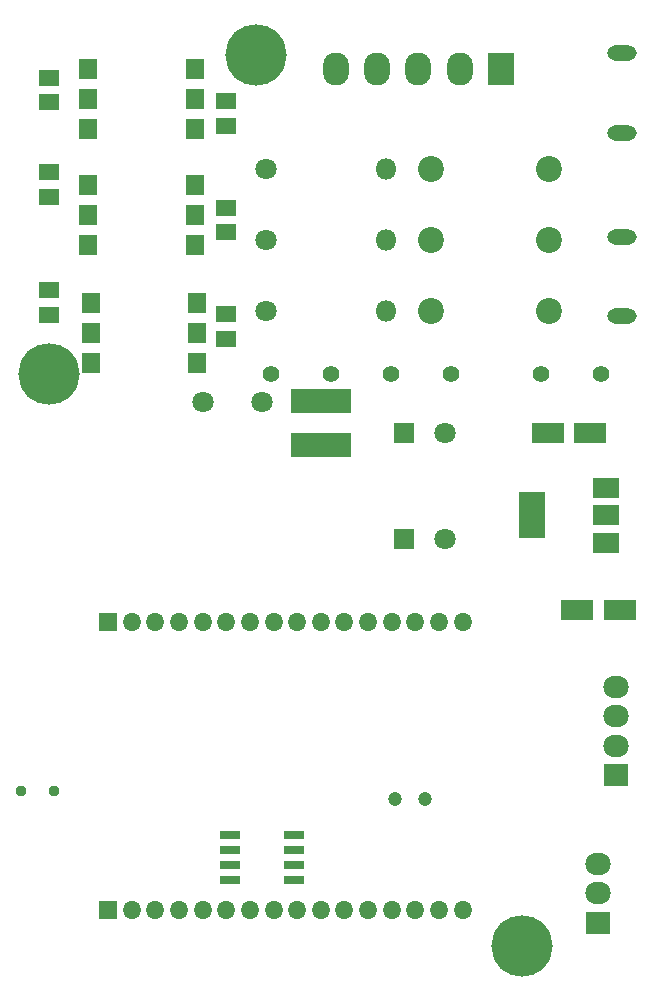
<source format=gbr>
G04 #@! TF.GenerationSoftware,KiCad,Pcbnew,5.0.0-rc2-unknown-bfa8903~65~ubuntu16.04.1*
G04 #@! TF.CreationDate,2018-06-03T14:39:05-05:00*
G04 #@! TF.ProjectId,omega-dock-new,6F6D6567612D646F636B2D6E65772E6B,rev?*
G04 #@! TF.SameCoordinates,Original*
G04 #@! TF.FileFunction,Soldermask,Bot*
G04 #@! TF.FilePolarity,Negative*
%FSLAX46Y46*%
G04 Gerber Fmt 4.6, Leading zero omitted, Abs format (unit mm)*
G04 Created by KiCad (PCBNEW 5.0.0-rc2-unknown-bfa8903~65~ubuntu16.04.1) date Sun Jun  3 14:39:05 2018*
%MOMM*%
%LPD*%
G01*
G04 APERTURE LIST*
%ADD10R,1.800000X1.800000*%
%ADD11C,1.800000*%
%ADD12C,2.200000*%
%ADD13R,1.700000X1.345000*%
%ADD14C,1.400000*%
%ADD15R,1.500000X1.700000*%
%ADD16O,1.800000X1.800000*%
%ADD17R,5.200000X2.000000*%
%ADD18O,1.550000X1.550000*%
%ADD19R,1.550000X1.550000*%
%ADD20R,2.200000X4.000000*%
%ADD21R,2.200000X1.700000*%
%ADD22R,2.800000X1.800000*%
%ADD23R,2.150000X1.900000*%
%ADD24O,2.150000X1.900000*%
%ADD25R,1.750000X0.800000*%
%ADD26C,1.200000*%
%ADD27C,1.000000*%
%ADD28C,5.200000*%
%ADD29C,0.950000*%
%ADD30R,2.200000X2.800000*%
%ADD31O,2.200000X2.800000*%
%ADD32O,2.500000X1.300000*%
G04 APERTURE END LIST*
D10*
G04 #@! TO.C,C6*
X146000000Y-94000000D03*
D11*
X149500000Y-94000000D03*
G04 #@! TD*
D12*
G04 #@! TO.C,C13*
X148321244Y-83703214D03*
X158321244Y-83703214D03*
G04 #@! TD*
G04 #@! TO.C,C14*
X148321244Y-77703214D03*
X158321244Y-77703214D03*
G04 #@! TD*
D13*
G04 #@! TO.C,R10*
X116000000Y-84042500D03*
X116000000Y-81957500D03*
G04 #@! TD*
G04 #@! TO.C,R11*
X116000000Y-74042500D03*
X116000000Y-71957500D03*
G04 #@! TD*
G04 #@! TO.C,R12*
X116000000Y-63957500D03*
X116000000Y-66042500D03*
G04 #@! TD*
D11*
G04 #@! TO.C,RV1*
X134000000Y-91430000D03*
X129000000Y-91430000D03*
G04 #@! TD*
D14*
G04 #@! TO.C,U4*
X134760000Y-89000000D03*
X139840000Y-89000000D03*
X144920000Y-89000000D03*
X150000000Y-89000000D03*
X157620000Y-89000000D03*
X162700000Y-89000000D03*
G04 #@! TD*
D15*
G04 #@! TO.C,U5*
X128500000Y-88080000D03*
X128500000Y-85540000D03*
X128500000Y-83000000D03*
X119500000Y-83000000D03*
X119500000Y-85540000D03*
X119500000Y-88080000D03*
G04 #@! TD*
G04 #@! TO.C,U6*
X119302500Y-78080000D03*
X119302500Y-75540000D03*
X119302500Y-73000000D03*
X128302500Y-73000000D03*
X128302500Y-75540000D03*
X128302500Y-78080000D03*
G04 #@! TD*
G04 #@! TO.C,U7*
X119302500Y-68304048D03*
X119302500Y-65764048D03*
X119302500Y-63224048D03*
X128302500Y-63224048D03*
X128302500Y-65764048D03*
X128302500Y-68304048D03*
G04 #@! TD*
D10*
G04 #@! TO.C,C5*
X146000000Y-103000000D03*
D11*
X149500000Y-103000000D03*
G04 #@! TD*
D12*
G04 #@! TO.C,C15*
X148321244Y-71703214D03*
X158321244Y-71703214D03*
G04 #@! TD*
D16*
G04 #@! TO.C,R16*
X144481244Y-83703214D03*
D11*
X134321244Y-83703214D03*
G04 #@! TD*
G04 #@! TO.C,R17*
X134321244Y-77703214D03*
D16*
X144481244Y-77703214D03*
G04 #@! TD*
D11*
G04 #@! TO.C,R18*
X134321244Y-71703214D03*
D16*
X144481244Y-71703214D03*
G04 #@! TD*
D17*
G04 #@! TO.C,L2*
X139000000Y-95030000D03*
X139000000Y-91330000D03*
G04 #@! TD*
D13*
G04 #@! TO.C,R13*
X131000000Y-86042500D03*
X131000000Y-83957500D03*
G04 #@! TD*
G04 #@! TO.C,R14*
X131000000Y-74957500D03*
X131000000Y-77042500D03*
G04 #@! TD*
G04 #@! TO.C,R15*
X131000000Y-65957500D03*
X131000000Y-68042500D03*
G04 #@! TD*
D18*
G04 #@! TO.C,U2*
X151000000Y-134400000D03*
X149000000Y-134400000D03*
X147000000Y-134400000D03*
X145000000Y-134400000D03*
X143000000Y-134400000D03*
X141000000Y-134400000D03*
X139000000Y-134400000D03*
X137000000Y-134400000D03*
X135000000Y-134400000D03*
X133000000Y-134400000D03*
X131000000Y-134400000D03*
X129000000Y-134400000D03*
X127000000Y-134400000D03*
X125000000Y-134400000D03*
X123000000Y-134400000D03*
D19*
X121000000Y-134400000D03*
X121000000Y-110000000D03*
D18*
X123000000Y-110000000D03*
X125000000Y-110000000D03*
X127000000Y-110000000D03*
X129000000Y-110000000D03*
X131000000Y-110000000D03*
X133000000Y-110000000D03*
X135000000Y-110000000D03*
X137000000Y-110000000D03*
X139000000Y-110000000D03*
X141000000Y-110000000D03*
X143000000Y-110000000D03*
X145000000Y-110000000D03*
X147000000Y-110000000D03*
X149000000Y-110000000D03*
X151000000Y-110000000D03*
G04 #@! TD*
D20*
G04 #@! TO.C,U3*
X156850000Y-101000000D03*
D21*
X163150000Y-101000000D03*
X163150000Y-103300000D03*
X163150000Y-98700000D03*
G04 #@! TD*
D22*
G04 #@! TO.C,C7*
X161800000Y-94000000D03*
X158200000Y-94000000D03*
G04 #@! TD*
D23*
G04 #@! TO.C,J2*
X164000000Y-123000000D03*
D24*
X164000000Y-120500000D03*
X164000000Y-118000000D03*
X164000000Y-115500000D03*
G04 #@! TD*
D25*
G04 #@! TO.C,U12*
X136700000Y-128095000D03*
X136700000Y-129365000D03*
X136700000Y-130635000D03*
X136700000Y-131905000D03*
X131300000Y-131905000D03*
X131300000Y-130635000D03*
X131300000Y-129365000D03*
X131300000Y-128095000D03*
G04 #@! TD*
D26*
G04 #@! TO.C,Y1*
X147820000Y-125050000D03*
X145280000Y-125050000D03*
G04 #@! TD*
D22*
G04 #@! TO.C,C9*
X160700000Y-109000000D03*
X164300000Y-109000000D03*
G04 #@! TD*
D27*
G04 #@! TO.C,REF\002A\002A*
X117325825Y-87674175D03*
X116000000Y-87125000D03*
X114674175Y-87674175D03*
X114125000Y-89000000D03*
X114674175Y-90325825D03*
X116000000Y-90875000D03*
X117325825Y-90325825D03*
X117875000Y-89000000D03*
D28*
X116000000Y-89000000D03*
G04 #@! TD*
D27*
G04 #@! TO.C,REF\002A\002A*
X134825825Y-60674175D03*
X133500000Y-60125000D03*
X132174175Y-60674175D03*
X131625000Y-62000000D03*
X132174175Y-63325825D03*
X133500000Y-63875000D03*
X134825825Y-63325825D03*
X135375000Y-62000000D03*
D28*
X133500000Y-62000000D03*
G04 #@! TD*
D27*
G04 #@! TO.C,REF\002A\002A*
X157325825Y-136174175D03*
X156000000Y-135625000D03*
X154674175Y-136174175D03*
X154125000Y-137500000D03*
X154674175Y-138825825D03*
X156000000Y-139375000D03*
X157325825Y-138825825D03*
X157875000Y-137500000D03*
D28*
X156000000Y-137500000D03*
G04 #@! TD*
D29*
G04 #@! TO.C,SW1*
X116375000Y-124357500D03*
X113625000Y-124357500D03*
G04 #@! TD*
D30*
G04 #@! TO.C,P1*
X154250000Y-63250000D03*
D31*
X150750000Y-63250000D03*
X147250000Y-63250000D03*
X143750000Y-63250000D03*
X140250000Y-63250000D03*
G04 #@! TD*
D23*
G04 #@! TO.C,J1*
X162480000Y-135490000D03*
D24*
X162480000Y-132990000D03*
X162480000Y-130490000D03*
G04 #@! TD*
D32*
G04 #@! TO.C,F1*
X164500000Y-84143000D03*
X164500000Y-77412000D03*
X164500000Y-68588000D03*
X164500000Y-61857000D03*
G04 #@! TD*
M02*

</source>
